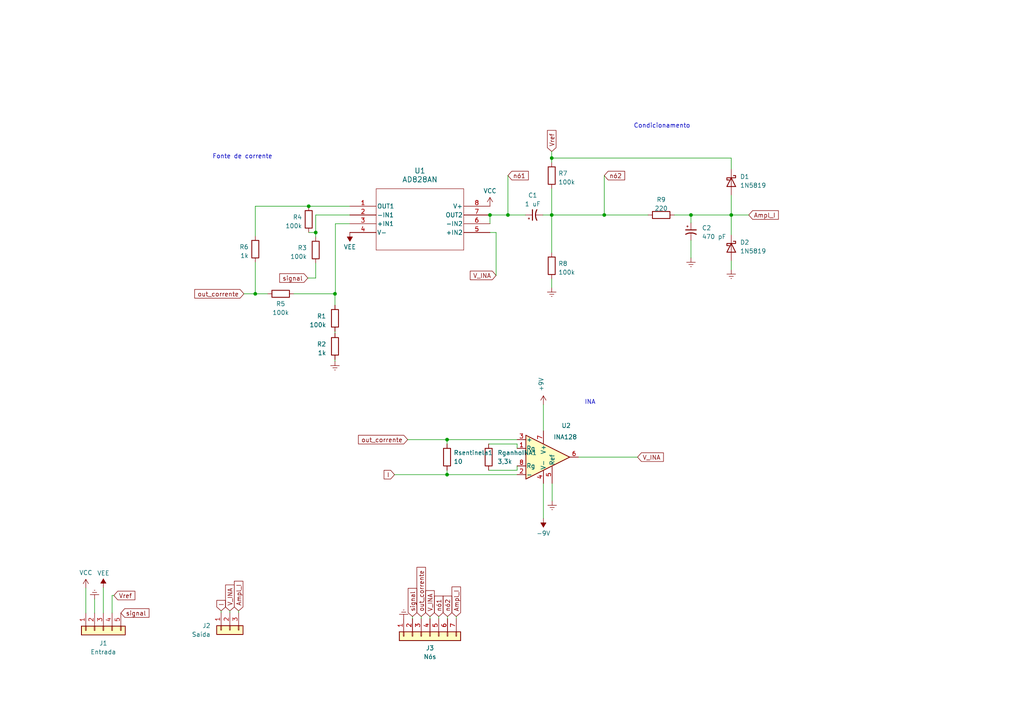
<source format=kicad_sch>
(kicad_sch (version 20230121) (generator eeschema)
  (paper "A4")
  (lib_symbols
    (symbol "2023-04-18_19-29-20:AD828AN" (pin_names (offset 0.254))
      (property "Reference" "U" (at 20.32 10.16 0))
      (property "Value" "AD828AN" (at 20.32 7.62 0))
      (symbol "AD828AN_0_1"
        (polyline (pts (xy 7.62 -12.7) (xy 33.02 -12.7)) (stroke (width 0.127)))
        (polyline (pts (xy 7.62 5.08) (xy 7.62 -12.7)) (stroke (width 0.127)))
        (polyline (pts (xy 33.02 -12.7) (xy 33.02 5.08)) (stroke (width 0.127)))
        (polyline (pts (xy 33.02 5.08) (xy 7.62 5.08)) (stroke (width 0.127)))
        (pin unspecified line (at 0 0 0) (length 7.62) (name "OUT1") (number "1"))
        (pin unspecified line (at 0 -2.54 0) (length 7.62) (name "-IN1") (number "2"))
        (pin unspecified line (at 0 -5.08 0) (length 7.62) (name "+IN1") (number "3"))
        (pin power_in line (at 0 -7.62 0) (length 7.62) (name "V-") (number "4"))
        (pin unspecified line (at 40.64 -7.62 180) (length 7.62) (name "+IN2") (number "5"))
        (pin unspecified line (at 40.64 -5.08 180) (length 7.62) (name "-IN2") (number "6"))
        (pin unspecified line (at 40.64 -2.54 180) (length 7.62) (name "OUT2") (number "7"))
        (pin power_in line (at 40.64 0 180) (length 7.62) (name "V+") (number "8"))
      )
    )
    (symbol "Amplifier_Instrumentation:INA128" (pin_names (offset 0.127))
      (property "Reference" "U" (at 3.81 3.175 0))
      (property "Value" "INA128" (at 3.81 -3.175 0))
      (symbol "INA128_0_1"
        (polyline (pts (xy 7.62 0) (xy -5.08 6.35) (xy -5.08 -6.35) (xy 7.62 0)) (stroke (width 0.254)) (fill (type background)))
      )
      (symbol "INA128_1_1"
        (pin passive line (at -7.62 2.54 0) (length 2.54) (name "Rg") (number "1"))
        (pin input line (at -7.62 -5.08 0) (length 2.54) (name "-") (number "2"))
        (pin input line (at -7.62 5.08 0) (length 2.54) (name "+") (number "3"))
        (pin power_in line (at 0 -7.62 90) (length 3.81) (name "V-") (number "4"))
        (pin input line (at 2.54 -7.62 90) (length 5.08) (name "Ref") (number "5"))
        (pin output line (at 10.16 0 180) (length 2.54) (name "~") (number "6"))
        (pin power_in line (at 0 7.62 270) (length 3.81) (name "V+") (number "7"))
        (pin passive line (at -7.62 -2.54 0) (length 2.54) (name "Rg") (number "8"))
      )
    )
    (symbol "Connector_Generic:Conn_01x03" (pin_names (offset 1.016) hide)
      (property "Reference" "J" (at 0 5.08 0))
      (property "Value" "Conn_01x03" (at 0 -5.08 0))
      (symbol "Conn_01x03_1_1"
        (rectangle (start -1.27 -2.413) (end 0 -2.667) (stroke (width 0.1524)))
        (rectangle (start -1.27 0.127) (end 0 -0.127) (stroke (width 0.1524)))
        (rectangle (start -1.27 2.667) (end 0 2.413) (stroke (width 0.1524)))
        (rectangle (start -1.27 3.81) (end 1.27 -3.81) (stroke (width 0.254)) (fill (type background)))
        (pin passive line (at -5.08 2.54 0) (length 3.81) (name "Pin_1") (number "1"))
        (pin passive line (at -5.08 0 0) (length 3.81) (name "Pin_2") (number "2"))
        (pin passive line (at -5.08 -2.54 0) (length 3.81) (name "Pin_3") (number "3"))
      )
    )
    (symbol "Connector_Generic:Conn_01x05" (pin_names (offset 1.016) hide)
      (property "Reference" "J" (at 0 7.62 0))
      (property "Value" "Conn_01x05" (at 0 -7.62 0))
      (symbol "Conn_01x05_1_1"
        (rectangle (start -1.27 -4.953) (end 0 -5.207) (stroke (width 0.1524)))
        (rectangle (start -1.27 -2.413) (end 0 -2.667) (stroke (width 0.1524)))
        (rectangle (start -1.27 0.127) (end 0 -0.127) (stroke (width 0.1524)))
        (rectangle (start -1.27 2.667) (end 0 2.413) (stroke (width 0.1524)))
        (rectangle (start -1.27 5.207) (end 0 4.953) (stroke (width 0.1524)))
        (rectangle (start -1.27 6.35) (end 1.27 -6.35) (stroke (width 0.254)) (fill (type background)))
        (pin passive line (at -5.08 5.08 0) (length 3.81) (name "Pin_1") (number "1"))
        (pin passive line (at -5.08 2.54 0) (length 3.81) (name "Pin_2") (number "2"))
        (pin passive line (at -5.08 0 0) (length 3.81) (name "Pin_3") (number "3"))
        (pin passive line (at -5.08 -2.54 0) (length 3.81) (name "Pin_4") (number "4"))
        (pin passive line (at -5.08 -5.08 0) (length 3.81) (name "Pin_5") (number "5"))
      )
    )
    (symbol "Connector_Generic:Conn_01x07" (pin_names (offset 1.016) hide)
      (property "Reference" "J" (at 0 10.16 0))
      (property "Value" "Conn_01x07" (at 0 -10.16 0))
      (symbol "Conn_01x07_1_1"
        (rectangle (start -1.27 -7.493) (end 0 -7.747) (stroke (width 0.1524)))
        (rectangle (start -1.27 -4.953) (end 0 -5.207) (stroke (width 0.1524)))
        (rectangle (start -1.27 -2.413) (end 0 -2.667) (stroke (width 0.1524)))
        (rectangle (start -1.27 0.127) (end 0 -0.127) (stroke (width 0.1524)))
        (rectangle (start -1.27 2.667) (end 0 2.413) (stroke (width 0.1524)))
        (rectangle (start -1.27 5.207) (end 0 4.953) (stroke (width 0.1524)))
        (rectangle (start -1.27 7.747) (end 0 7.493) (stroke (width 0.1524)))
        (rectangle (start -1.27 8.89) (end 1.27 -8.89) (stroke (width 0.254)) (fill (type background)))
        (pin passive line (at -5.08 7.62 0) (length 3.81) (name "Pin_1") (number "1"))
        (pin passive line (at -5.08 5.08 0) (length 3.81) (name "Pin_2") (number "2"))
        (pin passive line (at -5.08 2.54 0) (length 3.81) (name "Pin_3") (number "3"))
        (pin passive line (at -5.08 0 0) (length 3.81) (name "Pin_4") (number "4"))
        (pin passive line (at -5.08 -2.54 0) (length 3.81) (name "Pin_5") (number "5"))
        (pin passive line (at -5.08 -5.08 0) (length 3.81) (name "Pin_6") (number "6"))
        (pin passive line (at -5.08 -7.62 0) (length 3.81) (name "Pin_7") (number "7"))
      )
    )
    (symbol "Device:C_Polarized_Small_US" (pin_numbers hide) (pin_names (offset 0.254) hide)
      (property "Reference" "C" (at 0.254 1.778 0))
      (property "Value" "C_Polarized_Small_US" (at 0.254 -2.032 0))
      (symbol "C_Polarized_Small_US_0_1"
        (polyline (pts (xy -1.524 0.508) (xy 1.524 0.508)) (stroke (width 0.3048)))
        (polyline (pts (xy -1.27 1.524) (xy -0.762 1.524)))
        (polyline (pts (xy -1.016 1.27) (xy -1.016 1.778)))
        (arc (start 1.524 -0.762) (mid 0 -0.3734) (end -1.524 -0.762) (stroke (width 0.3048)))
      )
      (symbol "C_Polarized_Small_US_1_1"
        (pin passive line (at 0 2.54 270) (length 2.032) (name "~") (number "1"))
        (pin passive line (at 0 -2.54 90) (length 2.032) (name "~") (number "2"))
      )
    )
    (symbol "Device:R" (pin_numbers hide) (pin_names (offset 0))
      (property "Reference" "R" (at 2.032 0 90))
      (property "Value" "R" (at 0 0 90))
      (symbol "R_0_1"
        (rectangle (start -1.016 -2.54) (end 1.016 2.54) (stroke (width 0.254)))
      )
      (symbol "R_1_1"
        (pin passive line (at 0 3.81 270) (length 1.27) (name "~") (number "1"))
        (pin passive line (at 0 -3.81 90) (length 1.27) (name "~") (number "2"))
      )
    )
    (symbol "Diode:1N5819" (pin_numbers hide) (pin_names (offset 1.016) hide)
      (property "Reference" "D" (at 0 2.54 0))
      (property "Value" "1N5819" (at 0 -2.54 0))
      (symbol "1N5819_0_1"
        (polyline (pts (xy 1.27 0) (xy -1.27 0)))
        (polyline (pts (xy 1.27 1.27) (xy 1.27 -1.27) (xy -1.27 0) (xy 1.27 1.27)) (stroke (width 0.254)))
        (polyline (pts (xy -1.905 0.635) (xy -1.905 1.27) (xy -1.27 1.27) (xy -1.27 -1.27) (xy -0.635 -1.27) (xy -0.635 -0.635)) (stroke (width 0.254)))
      )
      (symbol "1N5819_1_1"
        (pin passive line (at -3.81 0 0) (length 2.54) (name "K") (number "1"))
        (pin passive line (at 3.81 0 180) (length 2.54) (name "A") (number "2"))
      )
    )
    (symbol "power:+9V" (power) (pin_names (offset 0))
      (property "Value" "+9V" (at 0 3.556 0))
      (symbol "+9V_0_1"
        (polyline (pts (xy -0.762 1.27) (xy 0 2.54)))
        (polyline (pts (xy 0 0) (xy 0 2.54)))
        (polyline (pts (xy 0 2.54) (xy 0.762 1.27)))
      )
      (symbol "+9V_1_1"
        (pin power_in line (at 0 0 90) (length 0) hide (name "+9V") (number "1"))
      )
    )
    (symbol "power:-9V" (power) (pin_names (offset 0))
      (property "Value" "-9V" (at 0 3.81 0))
      (symbol "-9V_0_1"
        (polyline (pts (xy 0 0) (xy 0 2.54)))
        (polyline (pts (xy 0.762 1.27) (xy -0.762 1.27) (xy 0 2.54) (xy 0.762 1.27)) (fill (type outline)))
      )
      (symbol "-9V_1_1"
        (pin power_in line (at 0 0 90) (length 0) hide (name "-9V") (number "1"))
      )
    )
    (symbol "power:Earth" (power) (pin_names (offset 0))
      (symbol "Earth_0_1"
        (polyline (pts (xy -0.635 -1.905) (xy 0.635 -1.905)))
        (polyline (pts (xy -0.127 -2.54) (xy 0.127 -2.54)))
        (polyline (pts (xy 0 -1.27) (xy 0 0)))
        (polyline (pts (xy 1.27 -1.27) (xy -1.27 -1.27)))
      )
      (symbol "Earth_1_1"
        (pin power_in line (at 0 0 270) (length 0) hide (name "Earth") (number "1"))
      )
    )
    (symbol "power:VCC" (power) (pin_names (offset 0))
      (property "Value" "VCC" (at 0 3.81 0))
      (symbol "VCC_0_1"
        (polyline (pts (xy -0.762 1.27) (xy 0 2.54)))
        (polyline (pts (xy 0 0) (xy 0 2.54)))
        (polyline (pts (xy 0 2.54) (xy 0.762 1.27)))
      )
      (symbol "VCC_1_1"
        (pin power_in line (at 0 0 90) (length 0) hide (name "VCC") (number "1"))
      )
    )
    (symbol "power:VEE" (power) (pin_names (offset 0))
      (property "Value" "VEE" (at 0 3.81 0))
      (symbol "VEE_0_1"
        (polyline (pts (xy 0 0) (xy 0 2.54)))
        (polyline (pts (xy 0.762 1.27) (xy -0.762 1.27) (xy 0 2.54) (xy 0.762 1.27)) (fill (type outline)))
      )
      (symbol "VEE_1_1"
        (pin power_in line (at 0 0 90) (length 0) hide (name "VEE") (number "1"))
      )
    )
  )
  (junction (at 160.02 62.357))
  (junction (at 175.26 62.357))
  (junction (at 212.09 62.357))
  (junction (at 97.155 85.217))
  (junction (at 91.567 67.437))
  (junction (at 89.535 59.817))
  (junction (at 147.32 62.357))
  (junction (at 129.667 137.668))
  (junction (at 160.02 45.847))
  (junction (at 129.667 127.508))
  (junction (at 200.406 62.357))
  (junction (at 142.113 62.357))
  (junction (at 74.041 85.217))
  (wire (pts (xy 97.155 104.775) (xy 97.155 104.267)))
  (wire (pts (xy 147.32 50.927) (xy 147.32 62.357)))
  (wire (pts (xy 143.891 79.883) (xy 143.891 67.437)))
  (wire (pts (xy 147.32 62.357) (xy 152.4 62.357)))
  (wire (pts (xy 114.427 137.668) (xy 129.667 137.668)))
  (wire (pts (xy 32.512 172.72) (xy 32.512 177.8)))
  (wire (pts (xy 124.714 179.451) (xy 124.714 178.816)))
  (wire (pts (xy 175.26 62.357) (xy 187.96 62.357)))
  (wire (pts (xy 142.113 62.357) (xy 142.113 64.897)))
  (wire (pts (xy 97.282 64.897) (xy 101.473 64.897)))
  (wire (pts (xy 74.041 59.817) (xy 74.041 68.453)))
  (wire (pts (xy 212.09 62.357) (xy 217.17 62.357)))
  (wire (pts (xy 97.282 64.897) (xy 97.282 85.217)))
  (wire (pts (xy 129.667 128.778) (xy 129.667 127.508)))
  (wire (pts (xy 66.675 177.673) (xy 66.675 177.165)))
  (wire (pts (xy 175.26 50.927) (xy 175.26 62.357)))
  (wire (pts (xy 127.254 179.451) (xy 127.254 178.816)))
  (wire (pts (xy 64.135 177.673) (xy 64.135 177.165)))
  (wire (pts (xy 160.02 54.737) (xy 160.02 62.357)))
  (wire (pts (xy 27.432 173.736) (xy 27.432 177.8)))
  (wire (pts (xy 142.113 62.357) (xy 147.32 62.357)))
  (wire (pts (xy 97.155 85.217) (xy 97.282 85.217)))
  (wire (pts (xy 160.02 80.899) (xy 160.02 83.439)))
  (wire (pts (xy 200.406 62.357) (xy 200.406 64.643)))
  (wire (pts (xy 29.972 170.434) (xy 29.972 177.8)))
  (wire (pts (xy 69.215 177.673) (xy 69.215 177.165)))
  (wire (pts (xy 33.02 172.72) (xy 32.512 172.72)))
  (wire (pts (xy 91.567 67.437) (xy 89.535 67.437)))
  (wire (pts (xy 89.535 59.817) (xy 74.041 59.817)))
  (wire (pts (xy 212.09 56.642) (xy 212.09 62.357)))
  (wire (pts (xy 85.217 85.217) (xy 97.155 85.217)))
  (wire (pts (xy 77.597 85.217) (xy 74.041 85.217)))
  (wire (pts (xy 149.987 137.668) (xy 129.667 137.668)))
  (wire (pts (xy 129.667 127.508) (xy 149.987 127.508)))
  (wire (pts (xy 122.174 178.816) (xy 122.174 179.451)))
  (wire (pts (xy 200.406 69.723) (xy 200.406 74.803)))
  (wire (pts (xy 160.02 62.357) (xy 175.26 62.357)))
  (wire (pts (xy 119.634 179.451) (xy 119.634 178.816)))
  (wire (pts (xy 141.732 136.398) (xy 149.987 136.398)))
  (wire (pts (xy 157.607 140.208) (xy 157.607 150.368)))
  (wire (pts (xy 141.732 128.778) (xy 149.987 128.778)))
  (wire (pts (xy 74.041 85.217) (xy 70.739 85.217)))
  (wire (pts (xy 157.48 62.357) (xy 160.02 62.357)))
  (wire (pts (xy 200.406 62.357) (xy 212.09 62.357)))
  (wire (pts (xy 74.041 76.073) (xy 74.041 85.217)))
  (wire (pts (xy 118.237 127.508) (xy 129.667 127.508)))
  (wire (pts (xy 149.987 136.398) (xy 149.987 135.128)))
  (wire (pts (xy 132.334 179.451) (xy 132.334 178.816)))
  (wire (pts (xy 129.794 179.451) (xy 129.794 178.816)))
  (wire (pts (xy 129.667 137.668) (xy 129.667 136.398)))
  (wire (pts (xy 24.892 170.561) (xy 24.892 177.8)))
  (wire (pts (xy 91.567 62.357) (xy 101.473 62.357)))
  (wire (pts (xy 89.535 59.817) (xy 101.473 59.817)))
  (wire (pts (xy 143.891 67.437) (xy 142.113 67.437)))
  (wire (pts (xy 147.32 62.357) (xy 147.32 62.484)))
  (wire (pts (xy 195.58 62.357) (xy 200.406 62.357)))
  (wire (pts (xy 160.02 45.847) (xy 160.02 43.942)))
  (wire (pts (xy 160.147 140.208) (xy 160.147 145.288)))
  (wire (pts (xy 160.02 45.847) (xy 212.09 45.847)))
  (wire (pts (xy 91.567 76.327) (xy 91.567 80.645)))
  (wire (pts (xy 97.155 85.217) (xy 97.155 88.519)))
  (wire (pts (xy 212.09 75.692) (xy 212.09 78.232)))
  (wire (pts (xy 212.09 68.072) (xy 212.09 62.357)))
  (wire (pts (xy 160.02 47.117) (xy 160.02 45.847)))
  (wire (pts (xy 91.567 62.357) (xy 91.567 67.437)))
  (wire (pts (xy 97.155 96.139) (xy 97.155 96.647)))
  (wire (pts (xy 212.09 45.847) (xy 212.09 49.022)))
  (wire (pts (xy 91.567 67.437) (xy 91.567 68.707)))
  (wire (pts (xy 91.567 80.645) (xy 89.281 80.645)))
  (wire (pts (xy 167.767 132.588) (xy 184.912 132.588)))
  (wire (pts (xy 149.987 128.778) (xy 149.987 130.048)))
  (wire (pts (xy 157.607 117.348) (xy 157.607 124.968)))
  (wire (pts (xy 160.02 62.357) (xy 160.02 73.279)))
  (text "Condicionamento\n" (at 183.769 37.338 0) (effects (font (size 1.27 1.27)) (justify left bottom)))
  (text "Fonte de corrente \n" (at 61.595 46.228 0) (effects (font (size 1.27 1.27)) (justify left bottom)))
  (text "INA\n" (at 169.545 117.475 0) (effects (font (size 1.27 1.27)) (justify left bottom)))
  (global_label "nó1" (shape input) (at 127.254 178.816 90) (property "Intersheetrefs" "${INTERSHEET_REFS}" (effects hide)))
  (global_label "out_corrente" (shape input) (at 70.739 85.217 180) (property "Intersheetrefs" "${INTERSHEET_REFS}" (effects hide)))
  (global_label "Vref" (shape input) (at 33.02 172.72 0) (property "Intersheetrefs" "${INTERSHEET_REFS}" (effects hide)))
  (global_label "signal" (shape input) (at 35.052 177.8 0) (property "Intersheetrefs" "${INTERSHEET_REFS}" (effects hide)))
  (global_label "nó2" (shape input) (at 175.26 50.927 0) (property "Intersheetrefs" "${INTERSHEET_REFS}" (effects hide)))
  (global_label "out_corrente" (shape input) (at 122.174 178.816 90) (property "Intersheetrefs" "${INTERSHEET_REFS}" (effects hide)))
  (global_label "V_INA" (shape input) (at 184.912 132.588 0) (property "Intersheetrefs" "${INTERSHEET_REFS}" (effects hide)))
  (global_label "Ampl_I" (shape input) (at 132.334 178.816 90) (property "Intersheetrefs" "${INTERSHEET_REFS}" (effects hide)))
  (global_label "Vref" (shape input) (at 160.02 43.942 90) (property "Intersheetrefs" "${INTERSHEET_REFS}" (effects hide)))
  (global_label "I" (shape input) (at 114.427 137.668 180) (property "Intersheetrefs" "${INTERSHEET_REFS}" (effects hide)))
  (global_label "I" (shape input) (at 64.135 177.165 90) (property "Intersheetrefs" "${INTERSHEET_REFS}" (effects hide)))
  (global_label "V_INA" (shape input) (at 124.714 178.816 90) (property "Intersheetrefs" "${INTERSHEET_REFS}" (effects hide)))
  (global_label "signal" (shape input) (at 89.281 80.645 180) (property "Intersheetrefs" "${INTERSHEET_REFS}" (effects hide)))
  (global_label "signal" (shape input) (at 119.634 178.816 90) (property "Intersheetrefs" "${INTERSHEET_REFS}" (effects hide)))
  (global_label "V_INA" (shape input) (at 66.675 177.165 90) (property "Intersheetrefs" "${INTERSHEET_REFS}" (effects hide)))
  (global_label "nó1" (shape input) (at 147.32 50.927 0) (property "Intersheetrefs" "${INTERSHEET_REFS}" (effects hide)))
  (global_label "Ampl_I" (shape input) (at 69.215 177.165 90) (property "Intersheetrefs" "${INTERSHEET_REFS}" (effects hide)))
  (global_label "V_INA" (shape input) (at 143.891 79.883 180) (property "Intersheetrefs" "${INTERSHEET_REFS}" (effects hide)))
  (global_label "Ampl_I" (shape input) (at 217.17 62.357 0) (property "Intersheetrefs" "${INTERSHEET_REFS}" (effects hide)))
  (global_label "nó2" (shape input) (at 129.794 178.816 90) (property "Intersheetrefs" "${INTERSHEET_REFS}" (effects hide)))
  (global_label "out_corrente" (shape input) (at 118.237 127.508 180) (property "Intersheetrefs" "${INTERSHEET_REFS}" (effects hide)))
  (symbol (lib_id "power:VCC") (at 142.113 59.817 0) (unit 1)
    (property "Reference" "#PWR02" (effects hide))
    (property "Value" "VCC" (at 142.113 55.372 0))
  )
  (symbol (lib_id "Device:R") (at 91.567 72.517 0) (mirror y) (unit 1)
    (property "Reference" "R3" (at 89.027 71.882 0) (effects (justify left)))
    (property "Value" "100k" (at 89.027 74.422 0) (effects (justify left)))
    (property "Footprint" "Resistor_THT:R_Axial_DIN0207_L6.3mm_D2.5mm_P7.62mm_Horizontal" (effects hide))
  )
  (symbol (lib_id "Connector_Generic:Conn_01x07") (at 124.714 184.531 90) (mirror x) (unit 1)
    (property "Reference" "J3" (at 124.714 187.96 90))
    (property "Value" "Nós" (at 124.714 190.5 90))
    (property "Footprint" "Connector_PinHeader_2.54mm:PinHeader_1x07_P2.54mm_Vertical" (effects hide))
  )
  (symbol (lib_id "Connector_Generic:Conn_01x05") (at 29.972 182.88 90) (mirror x) (unit 1)
    (property "Reference" "J1" (at 29.972 186.563 90))
    (property "Value" "Entrada" (at 29.972 189.103 90))
    (property "Footprint" "Connector_PinSocket_2.54mm:PinSocket_1x05_P2.54mm_Vertical" (effects hide))
  )
  (symbol (lib_id "Device:R") (at 160.02 77.089 0) (unit 1)
    (property "Reference" "R8" (at 161.925 76.454 0) (effects (justify left)))
    (property "Value" "100k" (at 161.925 78.994 0) (effects (justify left)))
    (property "Footprint" "Resistor_THT:R_Axial_DIN0207_L6.3mm_D2.5mm_P7.62mm_Horizontal" (effects hide))
  )
  (symbol (lib_id "power:Earth") (at 160.02 83.439 0) (unit 1)
    (property "Reference" "#PWR015" (effects hide))
    (property "Value" "Earth" (effects hide))
  )
  (symbol (lib_id "Amplifier_Instrumentation:INA128") (at 157.607 132.588 0) (unit 1)
    (property "Reference" "U2" (at 164.211 123.444 0))
    (property "Value" "INA128" (at 163.957 126.746 0))
    (property "Footprint" "Package_DIP:DIP-8_W7.62mm" (effects hide))
    (property "Datasheet" "http://www.ti.com/lit/ds/symlink/ina128.pdf" (effects hide))
  )
  (symbol (lib_id "Device:R") (at 141.732 132.588 0) (unit 1)
    (property "Reference" "RganhoINA1" (at 144.272 131.318 0) (effects (justify left)))
    (property "Value" "3,3k" (at 144.272 133.858 0) (effects (justify left)))
    (property "Footprint" "Resistor_THT:R_Axial_DIN0207_L6.3mm_D2.5mm_P7.62mm_Horizontal" (effects hide))
  )
  (symbol (lib_id "2023-04-18_19-29-20:AD828AN") (at 101.473 59.817 0) (unit 1)
    (property "Reference" "U1" (at 121.793 49.53 0) (effects (font (size 1.524 1.524))))
    (property "Value" "AD828AN" (at 121.793 52.07 0) (effects (font (size 1.524 1.524))))
    (property "Footprint" "AD828:N_8_ADI" (effects hide))
    (property "Datasheet" "AD828AN" (effects hide))
  )
  (symbol (lib_id "Device:R") (at 160.02 50.927 0) (unit 1)
    (property "Reference" "R7" (at 161.925 50.292 0) (effects (justify left)))
    (property "Value" "100k" (at 161.925 52.832 0) (effects (justify left)))
    (property "Footprint" "Resistor_THT:R_Axial_DIN0207_L6.3mm_D2.5mm_P7.62mm_Horizontal" (effects hide))
  )
  (symbol (lib_id "Diode:1N5819") (at 212.09 71.882 270) (unit 1)
    (property "Reference" "D2" (at 214.63 70.2945 90) (effects (justify left)))
    (property "Value" "1N5819" (at 214.63 72.8345 90) (effects (justify left)))
    (property "Footprint" "Diode_THT:D_DO-41_SOD81_P10.16mm_Horizontal" (effects hide))
    (property "Datasheet" "http://www.vishay.com/docs/88525/1n5817.pdf" (effects hide))
  )
  (symbol (lib_id "power:Earth") (at 27.432 173.736 180) (unit 1)
    (property "Reference" "#PWR05" (effects hide))
    (property "Value" "Earth" (effects hide))
  )
  (symbol (lib_id "power:Earth") (at 117.094 179.451 180) (unit 1)
    (property "Reference" "#PWR06" (effects hide))
    (property "Value" "Earth" (effects hide))
  )
  (symbol (lib_id "Connector_Generic:Conn_01x03") (at 66.675 182.753 90) (mirror x) (unit 1)
    (property "Reference" "J2" (at 61.087 181.483 90) (effects (justify left)))
    (property "Value" "Saída" (at 61.087 184.023 90) (effects (justify left)))
    (property "Footprint" "Connector_PinSocket_2.54mm:PinSocket_1x03_P2.54mm_Vertical" (effects hide))
  )
  (symbol (lib_id "power:Earth") (at 97.155 104.775 0) (mirror y) (unit 1)
    (property "Reference" "#PWR011" (effects hide))
    (property "Value" "Earth" (effects hide))
  )
  (symbol (lib_id "power:-9V") (at 157.607 150.368 180) (unit 1)
    (property "Reference" "#PWR018" (effects hide))
    (property "Value" "-9V" (at 157.607 154.686 0))
  )
  (symbol (lib_id "power:Earth") (at 160.147 145.288 0) (unit 1)
    (property "Reference" "#PWR019" (effects hide))
    (property "Value" "Earth" (effects hide))
  )
  (symbol (lib_id "power:VEE") (at 29.972 170.434 0) (unit 1)
    (property "Reference" "#PWR04" (effects hide))
    (property "Value" "VEE" (at 29.972 166.243 0))
  )
  (symbol (lib_id "power:VCC") (at 24.892 170.561 0) (unit 1)
    (property "Reference" "#PWR03" (effects hide))
    (property "Value" "VCC" (at 24.892 166.116 0))
  )
  (symbol (lib_id "Diode:1N5819") (at 212.09 52.832 270) (unit 1)
    (property "Reference" "D1" (at 214.63 51.2445 90) (effects (justify left)))
    (property "Value" "1N5819" (at 214.63 53.7845 90) (effects (justify left)))
    (property "Footprint" "Diode_THT:D_DO-41_SOD81_P10.16mm_Horizontal" (effects hide))
    (property "Datasheet" "http://www.vishay.com/docs/88525/1n5817.pdf" (effects hide))
  )
  (symbol (lib_id "Device:R") (at 129.667 132.588 0) (unit 1)
    (property "Reference" "Rsentinela1" (at 131.572 131.318 0) (effects (justify left)))
    (property "Value" "10" (at 131.572 133.858 0) (effects (justify left)))
    (property "Footprint" "Resistor_THT:R_Axial_DIN0207_L6.3mm_D2.5mm_P7.62mm_Horizontal" (effects hide))
  )
  (symbol (lib_id "Device:C_Polarized_Small_US") (at 200.406 67.183 0) (unit 1)
    (property "Reference" "C2" (at 203.581 66.1162 0) (effects (justify left)))
    (property "Value" "470 pF" (at 203.581 68.6562 0) (effects (justify left)))
    (property "Footprint" "Capacitor_THT:CP_Radial_D5.0mm_P2.50mm" (effects hide))
  )
  (symbol (lib_id "Device:R") (at 74.041 72.263 0) (mirror y) (unit 1)
    (property "Reference" "R6" (at 72.136 71.628 0) (effects (justify left)))
    (property "Value" "1k" (at 72.136 74.168 0) (effects (justify left)))
    (property "Footprint" "Resistor_THT:R_Axial_DIN0207_L6.3mm_D2.5mm_P7.62mm_Horizontal" (effects hide))
  )
  (symbol (lib_id "Device:C_Polarized_Small_US") (at 154.94 62.357 90) (unit 1)
    (property "Reference" "C1" (at 154.5082 56.642 90))
    (property "Value" "1 uF" (at 154.5082 59.182 90))
    (property "Footprint" "Capacitor_THT:CP_Radial_D5.0mm_P2.50mm" (effects hide))
  )
  (symbol (lib_id "power:Earth") (at 200.406 74.803 0) (unit 1)
    (property "Reference" "#PWR020" (effects hide))
    (property "Value" "Earth" (effects hide))
  )
  (symbol (lib_id "power:VEE") (at 101.473 67.437 180) (unit 1)
    (property "Reference" "#PWR01" (effects hide))
    (property "Value" "VEE" (at 101.473 71.628 0))
  )
  (symbol (lib_id "power:+9V") (at 157.607 117.348 0) (unit 1)
    (property "Reference" "#PWR017" (effects hide))
    (property "Value" "+9V" (at 156.972 113.538 90) (effects (justify left)))
  )
  (symbol (lib_id "Device:R") (at 81.407 85.217 270) (mirror x) (unit 1)
    (property "Reference" "R5" (at 81.407 88.138 90))
    (property "Value" "100k" (at 81.407 90.678 90))
    (property "Footprint" "Resistor_THT:R_Axial_DIN0207_L6.3mm_D2.5mm_P7.62mm_Horizontal" (effects hide))
  )
  (symbol (lib_id "Device:R") (at 191.77 62.357 90) (unit 1)
    (property "Reference" "R9" (at 191.77 57.912 90))
    (property "Value" "220" (at 191.77 60.452 90))
    (property "Footprint" "Resistor_THT:R_Axial_DIN0207_L6.3mm_D2.5mm_P7.62mm_Horizontal" (effects hide))
  )
  (symbol (lib_id "Device:R") (at 97.155 100.457 0) (mirror y) (unit 1)
    (property "Reference" "R2" (at 94.615 99.822 0) (effects (justify left)))
    (property "Value" "1k" (at 94.615 102.362 0) (effects (justify left)))
    (property "Footprint" "Resistor_THT:R_Axial_DIN0207_L6.3mm_D2.5mm_P7.62mm_Horizontal" (effects hide))
  )
  (symbol (lib_id "Device:R") (at 89.535 63.627 0) (mirror x) (unit 1)
    (property "Reference" "R4" (at 87.63 62.992 0) (effects (justify right)))
    (property "Value" "100k" (at 87.63 65.532 0) (effects (justify right)))
    (property "Footprint" "Resistor_THT:R_Axial_DIN0207_L6.3mm_D2.5mm_P7.62mm_Horizontal" (effects hide))
  )
  (symbol (lib_id "Device:R") (at 97.155 92.329 0) (mirror y) (unit 1)
    (property "Reference" "R1" (at 94.615 91.694 0) (effects (justify left)))
    (property "Value" "100k" (at 94.615 94.234 0) (effects (justify left)))
    (property "Footprint" "Resistor_THT:R_Axial_DIN0207_L6.3mm_D2.5mm_P7.62mm_Horizontal" (effects hide))
  )
  (symbol (lib_id "power:Earth") (at 212.09 78.232 0) (unit 1)
    (property "Reference" "#PWR021" (effects hide))
    (property "Value" "Earth" (effects hide))
  )
)
</source>
